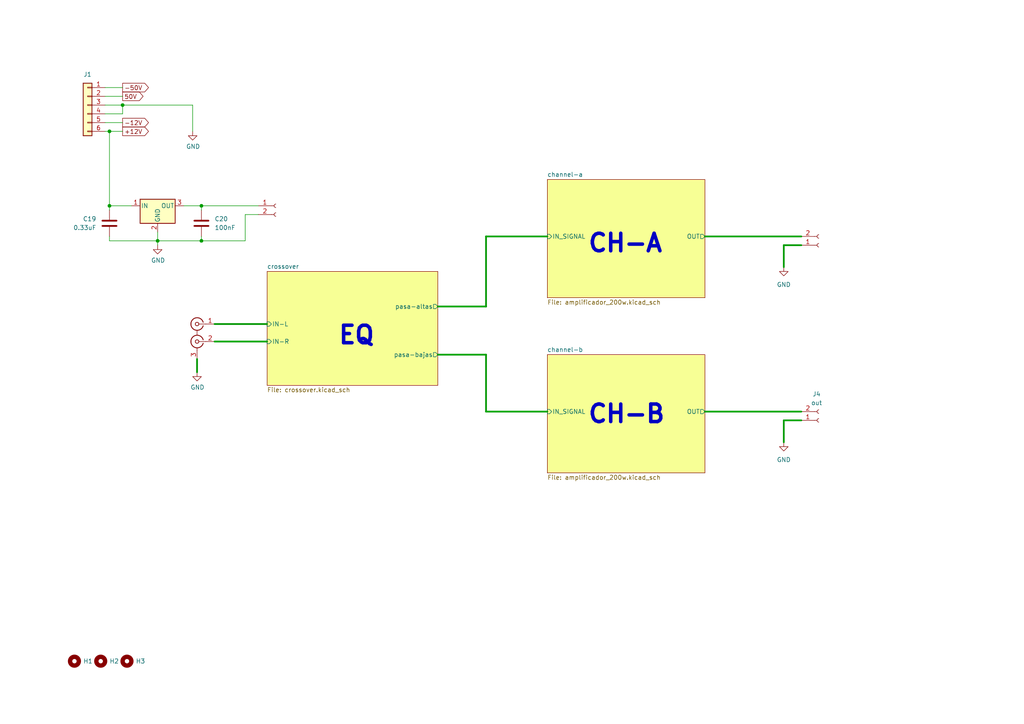
<source format=kicad_sch>
(kicad_sch (version 20230121) (generator eeschema)
  (paper "A4")
  (title_block (title "AMPLIFICADOR ESTEREO 200, CONTROL DE TONOS") (date "2023-03-06") (rev "V1.0.0") (comment 1 "${NAME}"))
  (lib_symbols
    (symbol "Connector:Conn_01x02_Female" (pin_names (offset 1.016) hide)
      (property "Reference" "J" (at 0 2.54 0))
      (property "Value" "Conn_01x02_Female" (at 0 -5.08 0))
      (symbol "Conn_01x02_Female_1_1"
        (arc (start 0 -2.032) (mid -0.5058 -2.54) (end 0 -3.048) (stroke (width 0.1524)))
        (polyline (pts (xy -1.27 -2.54) (xy -0.508 -2.54)) (stroke (width 0.1524)))
        (polyline (pts (xy -1.27 0) (xy -0.508 0)) (stroke (width 0.1524)))
        (arc (start 0 0.508) (mid -0.5058 0) (end 0 -0.508) (stroke (width 0.1524)))
        (pin passive line (at -5.08 0 0) (length 3.81) (name "Pin_1") (number "1"))
        (pin passive line (at -5.08 -2.54 0) (length 3.81) (name "Pin_2") (number "2"))
      )
    )
    (symbol "Connector:Conn_Coaxial_x2" (pin_names (offset 1.016) hide)
      (property "Reference" "J" (at 0 5.715 0))
      (property "Value" "Conn_Coaxial_x2" (at 2.921 0 90))
      (symbol "Conn_Coaxial_x2_0_1"
        (arc (start -1.778 -3.048) (mid 0.222 -4.348) (end 1.778 -2.54) (stroke (width 0.254)))
        (arc (start -1.778 2.032) (mid 0.222 0.732) (end 1.778 2.54) (stroke (width 0.254)))
        (circle (center 0 -2.54) (radius 0.508) (stroke (width 0.2032)))
        (polyline (pts (xy -2.54 -2.54) (xy -0.508 -2.54)))
        (polyline (pts (xy -2.54 2.54) (xy -0.508 2.54)))
        (polyline (pts (xy 0 -5.08) (xy 0 -4.318)))
        (polyline (pts (xy 0 0.762) (xy 0 -0.635)))
        (circle (center 0 2.54) (radius 0.508) (stroke (width 0.2032)))
        (arc (start 1.778 -2.54) (mid 0.222 -0.7317) (end -1.778 -2.032) (stroke (width 0.254)))
        (arc (start 1.778 2.54) (mid 0.222 4.3483) (end -1.778 3.048) (stroke (width 0.254)))
      )
      (symbol "Conn_Coaxial_x2_1_1"
        (pin passive line (at -5.08 2.54 0) (length 2.54) (name "IN1") (number "1"))
        (pin passive line (at -5.08 -2.54 0) (length 2.54) (name "IN2") (number "2"))
        (pin passive line (at 0 -7.62 90) (length 2.54) (name "EXT") (number "3"))
      )
    )
    (symbol "Connector_Generic:Conn_01x06" (pin_names (offset 1.016) hide)
      (property "Reference" "J" (at 0 7.62 0))
      (property "Value" "Conn_01x06" (at 0 -10.16 0))
      (symbol "Conn_01x06_1_1"
        (rectangle (start -1.27 -7.493) (end 0 -7.747) (stroke (width 0.1524)))
        (rectangle (start -1.27 -4.953) (end 0 -5.207) (stroke (width 0.1524)))
        (rectangle (start -1.27 -2.413) (end 0 -2.667) (stroke (width 0.1524)))
        (rectangle (start -1.27 0.127) (end 0 -0.127) (stroke (width 0.1524)))
        (rectangle (start -1.27 2.667) (end 0 2.413) (stroke (width 0.1524)))
        (rectangle (start -1.27 5.207) (end 0 4.953) (stroke (width 0.1524)))
        (rectangle (start -1.27 6.35) (end 1.27 -8.89) (stroke (width 0.254)) (fill (type background)))
        (pin passive line (at -5.08 5.08 0) (length 3.81) (name "Pin_1") (number "1"))
        (pin passive line (at -5.08 2.54 0) (length 3.81) (name "Pin_2") (number "2"))
        (pin passive line (at -5.08 0 0) (length 3.81) (name "Pin_3") (number "3"))
        (pin passive line (at -5.08 -2.54 0) (length 3.81) (name "Pin_4") (number "4"))
        (pin passive line (at -5.08 -5.08 0) (length 3.81) (name "Pin_5") (number "5"))
        (pin passive line (at -5.08 -7.62 0) (length 3.81) (name "Pin_6") (number "6"))
      )
    )
    (symbol "Device:C" (pin_numbers hide) (pin_names (offset 0.254))
      (property "Reference" "C" (at 0.635 2.54 0))
      (property "Value" "C" (at 0.635 -2.54 0))
      (symbol "C_0_1"
        (polyline (pts (xy -2.032 -0.762) (xy 2.032 -0.762)) (stroke (width 0.508)))
        (polyline (pts (xy -2.032 0.762) (xy 2.032 0.762)) (stroke (width 0.508)))
      )
      (symbol "C_1_1"
        (pin passive line (at 0 3.81 270) (length 2.794) (name "~") (number "1"))
        (pin passive line (at 0 -3.81 90) (length 2.794) (name "~") (number "2"))
      )
    )
    (symbol "Mechanical:MountingHole" (pin_names (offset 1.016))
      (property "Reference" "H" (at 0 5.08 0))
      (property "Value" "MountingHole" (at 0 3.175 0))
      (symbol "MountingHole_0_1"
        (circle (center 0 0) (radius 1.27) (stroke (width 1.27)))
      )
    )
    (symbol "Regulator_Linear:L7805" (pin_names (offset 0.254))
      (property "Reference" "U" (at -3.81 3.175 0))
      (property "Value" "L7805" (at 0 3.175 0))
      (symbol "L7805_0_1"
        (rectangle (start -5.08 1.905) (end 5.08 -5.08) (stroke (width 0.254)) (fill (type background)))
      )
      (symbol "L7805_1_1"
        (pin power_in line (at -7.62 0 0) (length 2.54) (name "IN") (number "1"))
        (pin power_in line (at 0 -7.62 90) (length 2.54) (name "GND") (number "2"))
        (pin power_out line (at 7.62 0 180) (length 2.54) (name "OUT") (number "3"))
      )
    )
    (symbol "power:GND" (power) (pin_names (offset 0))
      (property "Value" "GND" (at 0 -3.81 0))
      (symbol "GND_0_1"
        (polyline (pts (xy 0 0) (xy 0 -1.27) (xy 1.27 -1.27) (xy 0 -2.54) (xy -1.27 -1.27) (xy 0 -1.27)))
      )
      (symbol "GND_1_1"
        (pin power_in line (at 0 0 270) (length 0) hide (name "GND") (number "1"))
      )
    )
  )
  (junction (at 31.75 59.69))
  (junction (at 58.42 59.69))
  (junction (at 45.72 69.85))
  (junction (at 35.56 30.48))
  (junction (at 31.75 38.1))
  (junction (at 58.42 69.85))
  (wire (pts (xy 58.42 59.69) (xy 58.42 60.96)))
  (wire (pts (xy 227.33 71.12) (xy 227.33 77.47)) (stroke (width 0.5)))
  (wire (pts (xy 58.42 59.69) (xy 74.93 59.69)))
  (wire (pts (xy 227.33 121.92) (xy 227.33 128.27)) (stroke (width 0.5)))
  (wire (pts (xy 45.72 69.85) (xy 45.72 71.12)))
  (wire (pts (xy 232.41 71.12) (xy 227.33 71.12)) (stroke (width 0.5)))
  (wire (pts (xy 232.41 121.92) (xy 227.33 121.92)) (stroke (width 0.5)))
  (wire (pts (xy 31.75 69.85) (xy 45.72 69.85)))
  (wire (pts (xy 140.97 68.58) (xy 158.75 68.58)) (stroke (width 0.5)))
  (wire (pts (xy 71.12 62.23) (xy 74.93 62.23)))
  (wire (pts (xy 204.47 119.38) (xy 232.41 119.38)) (stroke (width 0.5)))
  (wire (pts (xy 140.97 88.9) (xy 140.97 68.58)) (stroke (width 0.5)))
  (wire (pts (xy 57.15 104.14) (xy 57.15 107.95)) (stroke (width 0.5)))
  (wire (pts (xy 30.48 35.56) (xy 35.56 35.56)))
  (wire (pts (xy 62.23 93.98) (xy 77.47 93.98)) (stroke (width 0.5)))
  (wire (pts (xy 35.56 25.4) (xy 30.48 25.4)))
  (wire (pts (xy 30.48 38.1) (xy 31.75 38.1)))
  (wire (pts (xy 45.72 69.85) (xy 58.42 69.85)))
  (wire (pts (xy 30.48 30.48) (xy 35.56 30.48)))
  (wire (pts (xy 55.88 30.48) (xy 55.88 38.1)))
  (wire (pts (xy 58.42 68.58) (xy 58.42 69.85)))
  (wire (pts (xy 140.97 102.87) (xy 140.97 119.38)) (stroke (width 0.5)))
  (wire (pts (xy 31.75 59.69) (xy 31.75 60.96)))
  (wire (pts (xy 45.72 67.31) (xy 45.72 69.85)))
  (wire (pts (xy 62.23 99.06) (xy 77.47 99.06)) (stroke (width 0.5)))
  (wire (pts (xy 127 88.9) (xy 140.97 88.9)) (stroke (width 0.5)))
  (wire (pts (xy 55.88 30.48) (xy 35.56 30.48)))
  (wire (pts (xy 30.48 33.02) (xy 35.56 33.02)))
  (wire (pts (xy 140.97 119.38) (xy 158.75 119.38)) (stroke (width 0.5)))
  (wire (pts (xy 31.75 38.1) (xy 35.56 38.1)))
  (wire (pts (xy 35.56 33.02) (xy 35.56 30.48)))
  (wire (pts (xy 31.75 59.69) (xy 31.75 38.1)))
  (wire (pts (xy 71.12 69.85) (xy 71.12 62.23)))
  (wire (pts (xy 30.48 27.94) (xy 35.56 27.94)))
  (wire (pts (xy 127 102.87) (xy 140.97 102.87)) (stroke (width 0.5)))
  (wire (pts (xy 31.75 68.58) (xy 31.75 69.85)))
  (wire (pts (xy 204.47 68.58) (xy 232.41 68.58)) (stroke (width 0.5)))
  (wire (pts (xy 58.42 69.85) (xy 71.12 69.85)))
  (wire (pts (xy 38.1 59.69) (xy 31.75 59.69)))
  (wire (pts (xy 53.34 59.69) (xy 58.42 59.69)))
  (text "CH-B" (at 170.18 123.19 0) (effects (font (size 5.08 5.08) (thickness 1.016) bold) (justify left bottom)))
  (text "EQ" (at 97.79 100.33 0) (effects (font (size 5.08 5.08) (thickness 1.016) bold) (justify left bottom)))
  (text "CH-A" (at 170.18 73.66 0) (effects (font (size 5.08 5.08) (thickness 1.016) bold) (justify left bottom)))
  (global_label "50V" (shape output) (at 35.56 27.94 0) (property "Intersheetrefs" "${INTERSHEET_REFS}" (effects hide)))
  (global_label "-50V" (shape output) (at 35.56 25.4 0) (property "Intersheetrefs" "${INTERSHEET_REFS}" (effects hide)))
  (global_label "+12V" (shape output) (at 35.56 38.1 0) (property "Intersheetrefs" "${INTERSHEET_REFS}" (effects hide)) (property "Referencias entre hojas" "${INTERSHEET_REFS}" (effects hide)))
  (global_label "-12V" (shape output) (at 35.56 35.56 0) (property "Intersheetrefs" "${INTERSHEET_REFS}" (effects hide)))
  (symbol (lib_id "Device:C") (at 31.75 64.77 0) (unit 1)
    (property "Reference" "C19" (at 27.94 63.4999 0) (effects (justify right)))
    (property "Value" "0.33uF" (at 27.94 66.0399 0) (effects (justify right)))
    (property "Footprint" "Capacitor_THT:C_Disc_D5.0mm_W2.5mm_P5.00mm" (effects hide))
  )
  (symbol (lib_id "power:GND") (at 45.72 71.12 0) (unit 1)
    (property "Reference" "#PWR024" (effects hide))
    (property "Value" "GND" (at 45.847 75.5142 0))
  )
  (symbol (lib_id "Connector_Generic:Conn_01x06") (at 25.4 30.48 0) (mirror y) (unit 1)
    (property "Reference" "J1" (at 25.4 21.59 0))
    (property "Value" "Conn_01x03" (effects hide))
    (property "Footprint" "TerminalBlock_Phoenix:TerminalBlock_Phoenix_MKDS-1,5-6-5.08_1x06_P5.08mm_Horizontal" (effects hide))
  )
  (symbol (lib_id "Connector:Conn_01x02_Female") (at 237.49 121.92 0) (mirror x) (unit 1)
    (property "Reference" "J4" (at 236.855 114.3 0))
    (property "Value" "out" (at 236.855 116.84 0))
    (property "Footprint" "TerminalBlock_Phoenix:TerminalBlock_Phoenix_MKDS-1,5-2-5.08_1x02_P5.08mm_Horizontal" (effects hide))
  )
  (symbol (lib_id "power:GND") (at 227.33 77.47 0) (unit 1)
    (property "Reference" "#PWR03" (effects hide))
    (property "Value" "GND" (at 227.33 82.55 0))
  )
  (symbol (lib_id "power:GND") (at 57.15 107.95 0) (unit 1)
    (property "Reference" "#PWR02" (effects hide))
    (property "Value" "GND" (at 57.277 112.3442 0))
  )
  (symbol (lib_id "power:GND") (at 55.88 38.1 0) (unit 1)
    (property "Reference" "#PWR01" (effects hide))
    (property "Value" "GND" (at 56.007 42.4942 0))
  )
  (symbol (lib_id "Connector:Conn_01x02_Female") (at 80.01 59.69 0) (unit 1)
    (property "Reference" "J6" (at 81.28 59.6899 0) (effects (justify left)))
    (property "Value" "out" (at 81.28 62.2299 0) (effects (justify left)))
    (property "Footprint" "Connector_PinSocket_2.54mm:PinSocket_1x02_P2.54mm_Vertical" (effects hide))
    (property "Footprint" "TerminalBlock_Phoenix:TerminalBlock_Phoenix_MKDS-1,5-2-5.08_1x02_P5.08mm_Horizontal" (effects hide))
    (property "Reference" "J6" (effects hide))
    (property "Value" "out" (effects hide))
  )
  (symbol (lib_id "Mechanical:MountingHole") (at 21.59 191.77 0) (unit 1)
    (property "Reference" "H1" (at 24.13 191.77 0) (effects (justify left)))
    (property "Value" "MountingHole" (effects hide))
    (property "Footprint" "MountingHole:MountingHole_3.2mm_M3_ISO14580_Pad" (effects hide))
  )
  (symbol (lib_id "power:GND") (at 227.33 128.27 0) (unit 1)
    (property "Reference" "#PWR04" (effects hide))
    (property "Value" "GND" (at 227.33 133.35 0))
  )
  (symbol (lib_id "Regulator_Linear:L7805") (at 45.72 59.69 0) (unit 1)
    (property "Reference" "U3" (at 45.72 52.07 0))
    (property "Value" "L7805" (at 45.72 54.61 0))
    (property "Footprint" "Package_TO_SOT_THT:TO-220-3_Vertical" (effects hide))
    (property "Datasheet" "http://www.st.com/content/ccc/resource/technical/document/datasheet/41/4f/b3/b0/12/d4/47/88/CD00000444.pdf/files/CD00000444.pdf/jcr:content/translations/en.CD00000444.pdf" (effects hide))
    (property "Datasheet" "http://www.st.com/content/ccc/resource/technical/document/datasheet/41/4f/b3/b0/12/d4/47/88/CD00000444.pdf/files/CD00000444.pdf/jcr:content/translations/en.CD00000444.pdf" (effects hide))
    (property "Footprint" "Package_TO_SOT_THT:TO-220-3_Vertical" (effects hide))
    (property "Reference" "U3" (effects hide))
    (property "Value" "L7805" (effects hide))
  )
  (symbol (lib_id "Device:C") (at 58.42 64.77 0) (unit 1)
    (property "Reference" "C20" (at 62.23 63.4999 0) (effects (justify left)))
    (property "Value" "100nF" (at 62.23 66.0399 0) (effects (justify left)))
    (property "Footprint" "Capacitor_THT:C_Disc_D5.0mm_W2.5mm_P5.00mm" (effects hide))
  )
  (symbol (lib_id "Mechanical:MountingHole") (at 36.83 191.77 0) (unit 1)
    (property "Reference" "H3" (at 39.37 191.77 0) (effects (justify left)))
    (property "Value" "MountingHole" (effects hide))
    (property "Footprint" "MountingHole:MountingHole_3.2mm_M3_ISO14580_Pad" (effects hide))
  )
  (symbol (lib_id "Mechanical:MountingHole") (at 29.21 191.77 0) (unit 1)
    (property "Reference" "H2" (at 31.75 191.77 0) (effects (justify left)))
    (property "Value" "MountingHole" (effects hide))
    (property "Footprint" "MountingHole:MountingHole_3.2mm_M3_ISO14580_Pad" (effects hide))
  )
  (symbol (lib_id "Connector:Conn_Coaxial_x2") (at 57.15 96.52 0) (mirror y) (unit 1)
    (property "Reference" "J2" (at 57.4675 86.36 0))
    (property "Value" "input" (at 57.4675 88.9 0))
    (property "Footprint" "MSS_Connector:CUI_RCJ-21XX" (effects hide))
    (property "Reference" "J2" (effects hide))
    (property "Value" "input" (effects hide))
    (property "Footprint" "MSS_Connector:CUI_RCJ-21XX" (effects hide))
  )
  (symbol (lib_id "Connector:Conn_01x02_Female") (at 237.49 71.12 0) (mirror x) (unit 1)
    (property "Reference" "J3" (at 236.855 63.5 0))
    (property "Value" "out" (at 236.855 66.04 0))
    (property "Footprint" "TerminalBlock_Phoenix:TerminalBlock_Phoenix_MKDS-1,5-2-5.08_1x02_P5.08mm_Horizontal" (effects hide))
    (property "Footprint" "TerminalBlock_Phoenix:TerminalBlock_Phoenix_MKDS-1,5-2-5.08_1x02_P5.08mm_Horizontal" (effects hide))
    (property "Reference" "J3" (effects hide))
    (property "Value" "out" (effects hide))
  )
  (sheet (at 158.75 52.07) (size 45.72 34.29) (stroke (width 0.1524)) (fill (color 247 255 149 1.0000))
    (property "Sheetname" "channel-a" (at 158.75 51.3584 0) (effects (justify left bottom)))
    (property "Sheetfile" "amplificador_200w.kicad_sch" (at 158.75 86.9446 0) (effects (justify left top)))
    (pin "OUT" output (at 204.47 68.58 0))
    (pin "IN_SIGNAL" input (at 158.75 68.58 180))
  )
  (sheet (at 158.75 102.87) (size 45.72 34.29) (stroke (width 0.1524)) (fill (color 247 255 149 1.0000))
    (property "Sheetname" "channel-b" (at 158.75 102.1584 0) (effects (justify left bottom)))
    (property "Sheetfile" "amplificador_200w.kicad_sch" (at 158.75 137.7446 0) (effects (justify left top)))
    (pin "OUT" output (at 204.47 119.38 0))
    (pin "IN_SIGNAL" input (at 158.75 119.38 180))
  )
  (sheet (at 77.47 78.74) (size 49.53 33.02) (stroke (width 0.1524)) (fill (color 247 255 149 1.0000))
    (property "Sheetname" "crossover" (at 77.47 78.0284 0) (effects (justify left bottom)))
    (property "Sheetfile" "crossover.kicad_sch" (at 77.47 112.3446 0) (effects (justify left top)))
    (pin "pasa-altas" output (at 127 88.9 0))
    (pin "pasa-bajas" output (at 127 102.87 0))
    (pin "IN-L" input (at 77.47 93.98 180))
    (pin "IN-R" input (at 77.47 99.06 180))
  )
)
</source>
